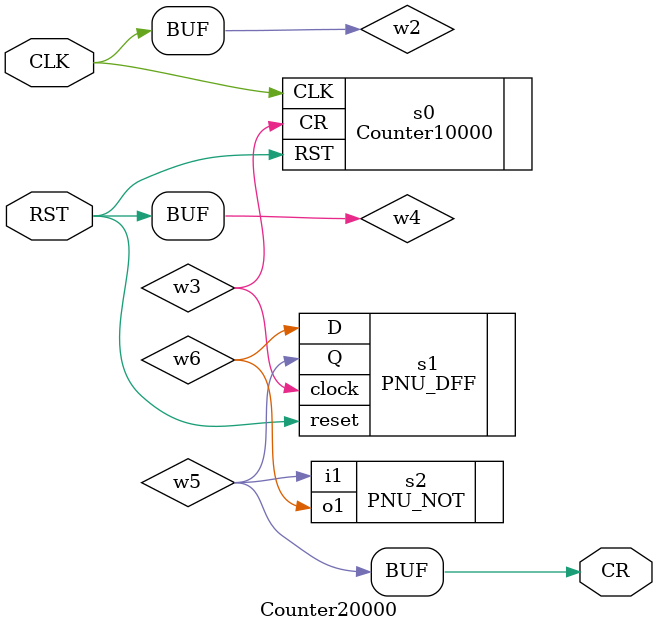
<source format=v>
module Counter20000(CLK,RST,CR);

input CLK;
input RST;
output CR;

wire  w2;
wire  w3;
wire  w4;
wire  w6;
wire  w5;

assign w2 = CLK;
assign w4 = RST;
assign CR = w5;

Counter10000
     s0 (
      .CLK(w2),
      .CR(w3),
      .RST(w4));

PNU_DFF
     s1 (
      .clock(w3),
      .reset(w4),
      .D(w6),
      .Q(w5));

PNU_NOT
     s2 (
      .o1(w6),
      .i1(w5));

endmodule


</source>
